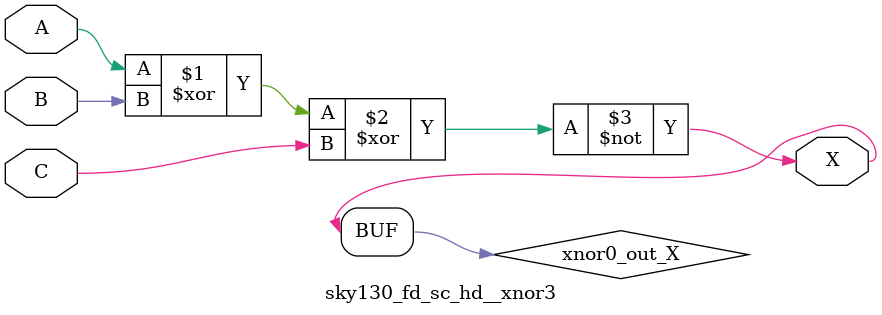
<source format=v>
/*
 * Copyright 2020 The SkyWater PDK Authors
 *
 * Licensed under the Apache License, Version 2.0 (the "License");
 * you may not use this file except in compliance with the License.
 * You may obtain a copy of the License at
 *
 *     https://www.apache.org/licenses/LICENSE-2.0
 *
 * Unless required by applicable law or agreed to in writing, software
 * distributed under the License is distributed on an "AS IS" BASIS,
 * WITHOUT WARRANTIES OR CONDITIONS OF ANY KIND, either express or implied.
 * See the License for the specific language governing permissions and
 * limitations under the License.
 *
 * SPDX-License-Identifier: Apache-2.0
*/


`ifndef SKY130_FD_SC_HD__XNOR3_FUNCTIONAL_V
`define SKY130_FD_SC_HD__XNOR3_FUNCTIONAL_V

/**
 * xnor3: 3-input exclusive NOR.
 *
 * Verilog simulation functional model.
 */

`timescale 1ns / 1ps
`default_nettype none

`celldefine
module sky130_fd_sc_hd__xnor3 (
    X,
    A,
    B,
    C
);

    // Module ports
    output X;
    input  A;
    input  B;
    input  C;

    // Local signals
    wire xnor0_out_X;

    //   Name   Output       Other arguments
    xnor xnor0 (xnor0_out_X, A, B, C        );
    buf  buf0  (X          , xnor0_out_X    );

endmodule
`endcelldefine

`default_nettype wire
`endif  // SKY130_FD_SC_HD__XNOR3_FUNCTIONAL_V

</source>
